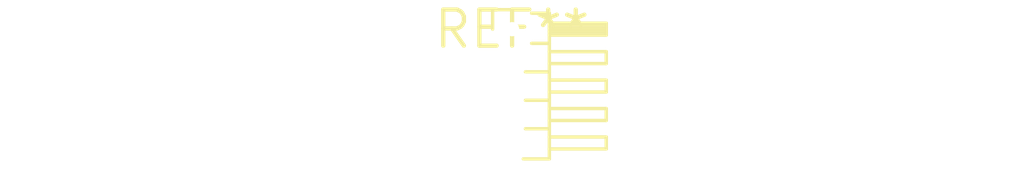
<source format=kicad_pcb>
(kicad_pcb (version 20240108) (generator pcbnew)
  (layers (0 "F.Cu" signal) (31 "B.Cu" signal) (34 "B.Paste" user) (35 "F.Paste" user) (36 "B.SilkS" user "B.Silkscreen") (37 "F.SilkS" user "F.Silkscreen") (38 "B.Mask" user) (39 "F.Mask" user) (44 "Edge.Cuts" user))
  (net 0 "")
  (footprint "PinHeader_1x05_P1.00mm_Horizontal" (layer "F.Cu") (at 0 0)
    (property "Reference" "REF**")
    (property "Value" "PinHeader_1x05_P1.00mm_Horizontal")
    (fp_line (start -0.685 -0.685) (end 0 -0.685) (layer "F.SilkS") (stroke (width 0.12)))
    (fp_line (start -0.685 0) (end -0.685 -0.685) (layer "F.SilkS") (stroke (width 0.12)))
    (fp_line (start 0.468215 1.5) (end 1.31 1.5) (layer "F.SilkS") (stroke (width 0.12)))
    (fp_line (start 0.468215 2.5) (end 1.31 2.5) (layer "F.SilkS") (stroke (width 0.12)))
    (fp_line (start 0.468215 3.5) (end 1.31 3.5) (layer "F.SilkS") (stroke (width 0.12)))
    (fp_line (start 0.685 -0.56) (end 1.31 -0.56) (layer "F.SilkS") (stroke (width 0.12)))
    (fp_line (start 0.685 0.5) (end 1.31 0.5) (layer "F.SilkS") (stroke (width 0.12)))
    (fp_line (start 1.31 -0.56) (end 1.31 4.56) (layer "F.SilkS") (stroke (width 0.12)))
    (fp_line (start 1.31 -0.21) (end 3.31 -0.21) (layer "F.SilkS") (stroke (width 0.12)))
    (fp_line (start 1.31 -0.15) (end 3.31 -0.15) (layer "F.SilkS") (stroke (width 0.12)))
    (fp_line (start 1.31 -0.03) (end 3.31 -0.03) (layer "F.SilkS") (stroke (width 0.12)))
    (fp_line (start 1.31 0.09) (end 3.31 0.09) (layer "F.SilkS") (stroke (width 0.12)))
    (fp_line (start 1.31 0.79) (end 3.31 0.79) (layer "F.SilkS") (stroke (width 0.12)))
    (fp_line (start 1.31 1.79) (end 3.31 1.79) (layer "F.SilkS") (stroke (width 0.12)))
    (fp_line (start 1.31 2.79) (end 3.31 2.79) (layer "F.SilkS") (stroke (width 0.12)))
    (fp_line (start 1.31 3.79) (end 3.31 3.79) (layer "F.SilkS") (stroke (width 0.12)))
    (fp_line (start 1.31 4.56) (end 0.394493 4.56) (layer "F.SilkS") (stroke (width 0.12)))
    (fp_line (start 3.31 -0.21) (end 3.31 0.21) (layer "F.SilkS") (stroke (width 0.12)))
    (fp_line (start 3.31 0.21) (end 1.31 0.21) (layer "F.SilkS") (stroke (width 0.12)))
    (fp_line (start 3.31 0.79) (end 3.31 1.21) (layer "F.SilkS") (stroke (width 0.12)))
    (fp_line (start 3.31 1.21) (end 1.31 1.21) (layer "F.SilkS") (stroke (width 0.12)))
    (fp_line (start 3.31 1.79) (end 3.31 2.21) (layer "F.SilkS") (stroke (width 0.12)))
    (fp_line (start 3.31 2.21) (end 1.31 2.21) (layer "F.SilkS") (stroke (width 0.12)))
    (fp_line (start 3.31 2.79) (end 3.31 3.21) (layer "F.SilkS") (stroke (width 0.12)))
    (fp_line (start 3.31 3.21) (end 1.31 3.21) (layer "F.SilkS") (stroke (width 0.12)))
    (fp_line (start 3.31 3.79) (end 3.31 4.21) (layer "F.SilkS") (stroke (width 0.12)))
    (fp_line (start 3.31 4.21) (end 1.31 4.21) (layer "F.SilkS") (stroke (width 0.12)))
    (pad "1" thru_hole rect (at 0 0) (size 0.85 0.85) (drill 0.5) (layers *.Cu *.Mask) (remove_unused_layers))
    (pad "2" thru_hole oval (at 0 1) (size 0.85 0.85) (drill 0.5) (layers *.Cu *.Mask) (remove_unused_layers))
    (pad "3" thru_hole oval (at 0 2) (size 0.85 0.85) (drill 0.5) (layers *.Cu *.Mask) (remove_unused_layers))
    (pad "4" thru_hole oval (at 0 3) (size 0.85 0.85) (drill 0.5) (layers *.Cu *.Mask) (remove_unused_layers))
    (pad "5" thru_hole oval (at 0 4) (size 0.85 0.85) (drill 0.5) (layers *.Cu *.Mask) (remove_unused_layers))
  )
)
</source>
